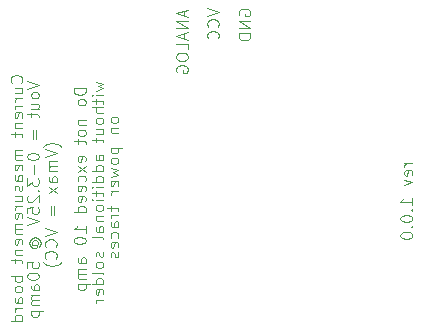
<source format=gbr>
%TF.GenerationSoftware,KiCad,Pcbnew,9.0.2*%
%TF.CreationDate,2025-11-13T14:06:28+01:00*%
%TF.ProjectId,current-meas,63757272-656e-4742-9d6d-6561732e6b69,rev?*%
%TF.SameCoordinates,Original*%
%TF.FileFunction,Legend,Bot*%
%TF.FilePolarity,Positive*%
%FSLAX46Y46*%
G04 Gerber Fmt 4.6, Leading zero omitted, Abs format (unit mm)*
G04 Created by KiCad (PCBNEW 9.0.2) date 2025-11-13 14:06:28*
%MOMM*%
%LPD*%
G01*
G04 APERTURE LIST*
%ADD10C,0.100000*%
G04 APERTURE END LIST*
D10*
X136878371Y-108189598D02*
X136830752Y-108141979D01*
X136830752Y-108141979D02*
X136687895Y-108046741D01*
X136687895Y-108046741D02*
X136592657Y-107999122D01*
X136592657Y-107999122D02*
X136449800Y-107951503D01*
X136449800Y-107951503D02*
X136211704Y-107903884D01*
X136211704Y-107903884D02*
X136021228Y-107903884D01*
X136021228Y-107903884D02*
X135783133Y-107951503D01*
X135783133Y-107951503D02*
X135640276Y-107999122D01*
X135640276Y-107999122D02*
X135545038Y-108046741D01*
X135545038Y-108046741D02*
X135402180Y-108141979D01*
X135402180Y-108141979D02*
X135354561Y-108189598D01*
X135497419Y-108427694D02*
X136497419Y-108761027D01*
X136497419Y-108761027D02*
X135497419Y-109094360D01*
X136497419Y-109427694D02*
X135830752Y-109427694D01*
X135925990Y-109427694D02*
X135878371Y-109475313D01*
X135878371Y-109475313D02*
X135830752Y-109570551D01*
X135830752Y-109570551D02*
X135830752Y-109713408D01*
X135830752Y-109713408D02*
X135878371Y-109808646D01*
X135878371Y-109808646D02*
X135973609Y-109856265D01*
X135973609Y-109856265D02*
X136497419Y-109856265D01*
X135973609Y-109856265D02*
X135878371Y-109903884D01*
X135878371Y-109903884D02*
X135830752Y-109999122D01*
X135830752Y-109999122D02*
X135830752Y-110141979D01*
X135830752Y-110141979D02*
X135878371Y-110237218D01*
X135878371Y-110237218D02*
X135973609Y-110284837D01*
X135973609Y-110284837D02*
X136497419Y-110284837D01*
X136497419Y-111189598D02*
X135973609Y-111189598D01*
X135973609Y-111189598D02*
X135878371Y-111141979D01*
X135878371Y-111141979D02*
X135830752Y-111046741D01*
X135830752Y-111046741D02*
X135830752Y-110856265D01*
X135830752Y-110856265D02*
X135878371Y-110761027D01*
X136449800Y-111189598D02*
X136497419Y-111094360D01*
X136497419Y-111094360D02*
X136497419Y-110856265D01*
X136497419Y-110856265D02*
X136449800Y-110761027D01*
X136449800Y-110761027D02*
X136354561Y-110713408D01*
X136354561Y-110713408D02*
X136259323Y-110713408D01*
X136259323Y-110713408D02*
X136164085Y-110761027D01*
X136164085Y-110761027D02*
X136116466Y-110856265D01*
X136116466Y-110856265D02*
X136116466Y-111094360D01*
X136116466Y-111094360D02*
X136068847Y-111189598D01*
X136497419Y-111570551D02*
X135830752Y-112094360D01*
X135830752Y-111570551D02*
X136497419Y-112094360D01*
X135973609Y-113237218D02*
X135973609Y-113999123D01*
X136259323Y-113999123D02*
X136259323Y-113237218D01*
X135497419Y-115094361D02*
X136497419Y-115427694D01*
X136497419Y-115427694D02*
X135497419Y-115761027D01*
X136402180Y-116665789D02*
X136449800Y-116618170D01*
X136449800Y-116618170D02*
X136497419Y-116475313D01*
X136497419Y-116475313D02*
X136497419Y-116380075D01*
X136497419Y-116380075D02*
X136449800Y-116237218D01*
X136449800Y-116237218D02*
X136354561Y-116141980D01*
X136354561Y-116141980D02*
X136259323Y-116094361D01*
X136259323Y-116094361D02*
X136068847Y-116046742D01*
X136068847Y-116046742D02*
X135925990Y-116046742D01*
X135925990Y-116046742D02*
X135735514Y-116094361D01*
X135735514Y-116094361D02*
X135640276Y-116141980D01*
X135640276Y-116141980D02*
X135545038Y-116237218D01*
X135545038Y-116237218D02*
X135497419Y-116380075D01*
X135497419Y-116380075D02*
X135497419Y-116475313D01*
X135497419Y-116475313D02*
X135545038Y-116618170D01*
X135545038Y-116618170D02*
X135592657Y-116665789D01*
X136402180Y-117665789D02*
X136449800Y-117618170D01*
X136449800Y-117618170D02*
X136497419Y-117475313D01*
X136497419Y-117475313D02*
X136497419Y-117380075D01*
X136497419Y-117380075D02*
X136449800Y-117237218D01*
X136449800Y-117237218D02*
X136354561Y-117141980D01*
X136354561Y-117141980D02*
X136259323Y-117094361D01*
X136259323Y-117094361D02*
X136068847Y-117046742D01*
X136068847Y-117046742D02*
X135925990Y-117046742D01*
X135925990Y-117046742D02*
X135735514Y-117094361D01*
X135735514Y-117094361D02*
X135640276Y-117141980D01*
X135640276Y-117141980D02*
X135545038Y-117237218D01*
X135545038Y-117237218D02*
X135497419Y-117380075D01*
X135497419Y-117380075D02*
X135497419Y-117475313D01*
X135497419Y-117475313D02*
X135545038Y-117618170D01*
X135545038Y-117618170D02*
X135592657Y-117665789D01*
X136878371Y-117999123D02*
X136830752Y-118046742D01*
X136830752Y-118046742D02*
X136687895Y-118141980D01*
X136687895Y-118141980D02*
X136592657Y-118189599D01*
X136592657Y-118189599D02*
X136449800Y-118237218D01*
X136449800Y-118237218D02*
X136211704Y-118284837D01*
X136211704Y-118284837D02*
X136021228Y-118284837D01*
X136021228Y-118284837D02*
X135783133Y-118237218D01*
X135783133Y-118237218D02*
X135640276Y-118189599D01*
X135640276Y-118189599D02*
X135545038Y-118141980D01*
X135545038Y-118141980D02*
X135402180Y-118046742D01*
X135402180Y-118046742D02*
X135354561Y-117999123D01*
X149222419Y-96461027D02*
X150222419Y-96794360D01*
X150222419Y-96794360D02*
X149222419Y-97127693D01*
X150127180Y-98032455D02*
X150174800Y-97984836D01*
X150174800Y-97984836D02*
X150222419Y-97841979D01*
X150222419Y-97841979D02*
X150222419Y-97746741D01*
X150222419Y-97746741D02*
X150174800Y-97603884D01*
X150174800Y-97603884D02*
X150079561Y-97508646D01*
X150079561Y-97508646D02*
X149984323Y-97461027D01*
X149984323Y-97461027D02*
X149793847Y-97413408D01*
X149793847Y-97413408D02*
X149650990Y-97413408D01*
X149650990Y-97413408D02*
X149460514Y-97461027D01*
X149460514Y-97461027D02*
X149365276Y-97508646D01*
X149365276Y-97508646D02*
X149270038Y-97603884D01*
X149270038Y-97603884D02*
X149222419Y-97746741D01*
X149222419Y-97746741D02*
X149222419Y-97841979D01*
X149222419Y-97841979D02*
X149270038Y-97984836D01*
X149270038Y-97984836D02*
X149317657Y-98032455D01*
X150127180Y-99032455D02*
X150174800Y-98984836D01*
X150174800Y-98984836D02*
X150222419Y-98841979D01*
X150222419Y-98841979D02*
X150222419Y-98746741D01*
X150222419Y-98746741D02*
X150174800Y-98603884D01*
X150174800Y-98603884D02*
X150079561Y-98508646D01*
X150079561Y-98508646D02*
X149984323Y-98461027D01*
X149984323Y-98461027D02*
X149793847Y-98413408D01*
X149793847Y-98413408D02*
X149650990Y-98413408D01*
X149650990Y-98413408D02*
X149460514Y-98461027D01*
X149460514Y-98461027D02*
X149365276Y-98508646D01*
X149365276Y-98508646D02*
X149270038Y-98603884D01*
X149270038Y-98603884D02*
X149222419Y-98746741D01*
X149222419Y-98746741D02*
X149222419Y-98841979D01*
X149222419Y-98841979D02*
X149270038Y-98984836D01*
X149270038Y-98984836D02*
X149317657Y-99032455D01*
X133502180Y-102775312D02*
X133549800Y-102727693D01*
X133549800Y-102727693D02*
X133597419Y-102584836D01*
X133597419Y-102584836D02*
X133597419Y-102489598D01*
X133597419Y-102489598D02*
X133549800Y-102346741D01*
X133549800Y-102346741D02*
X133454561Y-102251503D01*
X133454561Y-102251503D02*
X133359323Y-102203884D01*
X133359323Y-102203884D02*
X133168847Y-102156265D01*
X133168847Y-102156265D02*
X133025990Y-102156265D01*
X133025990Y-102156265D02*
X132835514Y-102203884D01*
X132835514Y-102203884D02*
X132740276Y-102251503D01*
X132740276Y-102251503D02*
X132645038Y-102346741D01*
X132645038Y-102346741D02*
X132597419Y-102489598D01*
X132597419Y-102489598D02*
X132597419Y-102584836D01*
X132597419Y-102584836D02*
X132645038Y-102727693D01*
X132645038Y-102727693D02*
X132692657Y-102775312D01*
X132930752Y-103632455D02*
X133597419Y-103632455D01*
X132930752Y-103203884D02*
X133454561Y-103203884D01*
X133454561Y-103203884D02*
X133549800Y-103251503D01*
X133549800Y-103251503D02*
X133597419Y-103346741D01*
X133597419Y-103346741D02*
X133597419Y-103489598D01*
X133597419Y-103489598D02*
X133549800Y-103584836D01*
X133549800Y-103584836D02*
X133502180Y-103632455D01*
X133597419Y-104108646D02*
X132930752Y-104108646D01*
X133121228Y-104108646D02*
X133025990Y-104156265D01*
X133025990Y-104156265D02*
X132978371Y-104203884D01*
X132978371Y-104203884D02*
X132930752Y-104299122D01*
X132930752Y-104299122D02*
X132930752Y-104394360D01*
X133597419Y-104727694D02*
X132930752Y-104727694D01*
X133121228Y-104727694D02*
X133025990Y-104775313D01*
X133025990Y-104775313D02*
X132978371Y-104822932D01*
X132978371Y-104822932D02*
X132930752Y-104918170D01*
X132930752Y-104918170D02*
X132930752Y-105013408D01*
X133549800Y-105727694D02*
X133597419Y-105632456D01*
X133597419Y-105632456D02*
X133597419Y-105441980D01*
X133597419Y-105441980D02*
X133549800Y-105346742D01*
X133549800Y-105346742D02*
X133454561Y-105299123D01*
X133454561Y-105299123D02*
X133073609Y-105299123D01*
X133073609Y-105299123D02*
X132978371Y-105346742D01*
X132978371Y-105346742D02*
X132930752Y-105441980D01*
X132930752Y-105441980D02*
X132930752Y-105632456D01*
X132930752Y-105632456D02*
X132978371Y-105727694D01*
X132978371Y-105727694D02*
X133073609Y-105775313D01*
X133073609Y-105775313D02*
X133168847Y-105775313D01*
X133168847Y-105775313D02*
X133264085Y-105299123D01*
X132930752Y-106203885D02*
X133597419Y-106203885D01*
X133025990Y-106203885D02*
X132978371Y-106251504D01*
X132978371Y-106251504D02*
X132930752Y-106346742D01*
X132930752Y-106346742D02*
X132930752Y-106489599D01*
X132930752Y-106489599D02*
X132978371Y-106584837D01*
X132978371Y-106584837D02*
X133073609Y-106632456D01*
X133073609Y-106632456D02*
X133597419Y-106632456D01*
X132930752Y-106965790D02*
X132930752Y-107346742D01*
X132597419Y-107108647D02*
X133454561Y-107108647D01*
X133454561Y-107108647D02*
X133549800Y-107156266D01*
X133549800Y-107156266D02*
X133597419Y-107251504D01*
X133597419Y-107251504D02*
X133597419Y-107346742D01*
X133597419Y-108441981D02*
X132930752Y-108441981D01*
X133025990Y-108441981D02*
X132978371Y-108489600D01*
X132978371Y-108489600D02*
X132930752Y-108584838D01*
X132930752Y-108584838D02*
X132930752Y-108727695D01*
X132930752Y-108727695D02*
X132978371Y-108822933D01*
X132978371Y-108822933D02*
X133073609Y-108870552D01*
X133073609Y-108870552D02*
X133597419Y-108870552D01*
X133073609Y-108870552D02*
X132978371Y-108918171D01*
X132978371Y-108918171D02*
X132930752Y-109013409D01*
X132930752Y-109013409D02*
X132930752Y-109156266D01*
X132930752Y-109156266D02*
X132978371Y-109251505D01*
X132978371Y-109251505D02*
X133073609Y-109299124D01*
X133073609Y-109299124D02*
X133597419Y-109299124D01*
X133549800Y-110156266D02*
X133597419Y-110061028D01*
X133597419Y-110061028D02*
X133597419Y-109870552D01*
X133597419Y-109870552D02*
X133549800Y-109775314D01*
X133549800Y-109775314D02*
X133454561Y-109727695D01*
X133454561Y-109727695D02*
X133073609Y-109727695D01*
X133073609Y-109727695D02*
X132978371Y-109775314D01*
X132978371Y-109775314D02*
X132930752Y-109870552D01*
X132930752Y-109870552D02*
X132930752Y-110061028D01*
X132930752Y-110061028D02*
X132978371Y-110156266D01*
X132978371Y-110156266D02*
X133073609Y-110203885D01*
X133073609Y-110203885D02*
X133168847Y-110203885D01*
X133168847Y-110203885D02*
X133264085Y-109727695D01*
X133597419Y-111061028D02*
X133073609Y-111061028D01*
X133073609Y-111061028D02*
X132978371Y-111013409D01*
X132978371Y-111013409D02*
X132930752Y-110918171D01*
X132930752Y-110918171D02*
X132930752Y-110727695D01*
X132930752Y-110727695D02*
X132978371Y-110632457D01*
X133549800Y-111061028D02*
X133597419Y-110965790D01*
X133597419Y-110965790D02*
X133597419Y-110727695D01*
X133597419Y-110727695D02*
X133549800Y-110632457D01*
X133549800Y-110632457D02*
X133454561Y-110584838D01*
X133454561Y-110584838D02*
X133359323Y-110584838D01*
X133359323Y-110584838D02*
X133264085Y-110632457D01*
X133264085Y-110632457D02*
X133216466Y-110727695D01*
X133216466Y-110727695D02*
X133216466Y-110965790D01*
X133216466Y-110965790D02*
X133168847Y-111061028D01*
X133549800Y-111489600D02*
X133597419Y-111584838D01*
X133597419Y-111584838D02*
X133597419Y-111775314D01*
X133597419Y-111775314D02*
X133549800Y-111870552D01*
X133549800Y-111870552D02*
X133454561Y-111918171D01*
X133454561Y-111918171D02*
X133406942Y-111918171D01*
X133406942Y-111918171D02*
X133311704Y-111870552D01*
X133311704Y-111870552D02*
X133264085Y-111775314D01*
X133264085Y-111775314D02*
X133264085Y-111632457D01*
X133264085Y-111632457D02*
X133216466Y-111537219D01*
X133216466Y-111537219D02*
X133121228Y-111489600D01*
X133121228Y-111489600D02*
X133073609Y-111489600D01*
X133073609Y-111489600D02*
X132978371Y-111537219D01*
X132978371Y-111537219D02*
X132930752Y-111632457D01*
X132930752Y-111632457D02*
X132930752Y-111775314D01*
X132930752Y-111775314D02*
X132978371Y-111870552D01*
X132930752Y-112775314D02*
X133597419Y-112775314D01*
X132930752Y-112346743D02*
X133454561Y-112346743D01*
X133454561Y-112346743D02*
X133549800Y-112394362D01*
X133549800Y-112394362D02*
X133597419Y-112489600D01*
X133597419Y-112489600D02*
X133597419Y-112632457D01*
X133597419Y-112632457D02*
X133549800Y-112727695D01*
X133549800Y-112727695D02*
X133502180Y-112775314D01*
X133597419Y-113251505D02*
X132930752Y-113251505D01*
X133121228Y-113251505D02*
X133025990Y-113299124D01*
X133025990Y-113299124D02*
X132978371Y-113346743D01*
X132978371Y-113346743D02*
X132930752Y-113441981D01*
X132930752Y-113441981D02*
X132930752Y-113537219D01*
X133549800Y-114251505D02*
X133597419Y-114156267D01*
X133597419Y-114156267D02*
X133597419Y-113965791D01*
X133597419Y-113965791D02*
X133549800Y-113870553D01*
X133549800Y-113870553D02*
X133454561Y-113822934D01*
X133454561Y-113822934D02*
X133073609Y-113822934D01*
X133073609Y-113822934D02*
X132978371Y-113870553D01*
X132978371Y-113870553D02*
X132930752Y-113965791D01*
X132930752Y-113965791D02*
X132930752Y-114156267D01*
X132930752Y-114156267D02*
X132978371Y-114251505D01*
X132978371Y-114251505D02*
X133073609Y-114299124D01*
X133073609Y-114299124D02*
X133168847Y-114299124D01*
X133168847Y-114299124D02*
X133264085Y-113822934D01*
X133597419Y-114727696D02*
X132930752Y-114727696D01*
X133025990Y-114727696D02*
X132978371Y-114775315D01*
X132978371Y-114775315D02*
X132930752Y-114870553D01*
X132930752Y-114870553D02*
X132930752Y-115013410D01*
X132930752Y-115013410D02*
X132978371Y-115108648D01*
X132978371Y-115108648D02*
X133073609Y-115156267D01*
X133073609Y-115156267D02*
X133597419Y-115156267D01*
X133073609Y-115156267D02*
X132978371Y-115203886D01*
X132978371Y-115203886D02*
X132930752Y-115299124D01*
X132930752Y-115299124D02*
X132930752Y-115441981D01*
X132930752Y-115441981D02*
X132978371Y-115537220D01*
X132978371Y-115537220D02*
X133073609Y-115584839D01*
X133073609Y-115584839D02*
X133597419Y-115584839D01*
X133549800Y-116441981D02*
X133597419Y-116346743D01*
X133597419Y-116346743D02*
X133597419Y-116156267D01*
X133597419Y-116156267D02*
X133549800Y-116061029D01*
X133549800Y-116061029D02*
X133454561Y-116013410D01*
X133454561Y-116013410D02*
X133073609Y-116013410D01*
X133073609Y-116013410D02*
X132978371Y-116061029D01*
X132978371Y-116061029D02*
X132930752Y-116156267D01*
X132930752Y-116156267D02*
X132930752Y-116346743D01*
X132930752Y-116346743D02*
X132978371Y-116441981D01*
X132978371Y-116441981D02*
X133073609Y-116489600D01*
X133073609Y-116489600D02*
X133168847Y-116489600D01*
X133168847Y-116489600D02*
X133264085Y-116013410D01*
X132930752Y-116918172D02*
X133597419Y-116918172D01*
X133025990Y-116918172D02*
X132978371Y-116965791D01*
X132978371Y-116965791D02*
X132930752Y-117061029D01*
X132930752Y-117061029D02*
X132930752Y-117203886D01*
X132930752Y-117203886D02*
X132978371Y-117299124D01*
X132978371Y-117299124D02*
X133073609Y-117346743D01*
X133073609Y-117346743D02*
X133597419Y-117346743D01*
X132930752Y-117680077D02*
X132930752Y-118061029D01*
X132597419Y-117822934D02*
X133454561Y-117822934D01*
X133454561Y-117822934D02*
X133549800Y-117870553D01*
X133549800Y-117870553D02*
X133597419Y-117965791D01*
X133597419Y-117965791D02*
X133597419Y-118061029D01*
X133597419Y-119156268D02*
X132597419Y-119156268D01*
X132978371Y-119156268D02*
X132930752Y-119251506D01*
X132930752Y-119251506D02*
X132930752Y-119441982D01*
X132930752Y-119441982D02*
X132978371Y-119537220D01*
X132978371Y-119537220D02*
X133025990Y-119584839D01*
X133025990Y-119584839D02*
X133121228Y-119632458D01*
X133121228Y-119632458D02*
X133406942Y-119632458D01*
X133406942Y-119632458D02*
X133502180Y-119584839D01*
X133502180Y-119584839D02*
X133549800Y-119537220D01*
X133549800Y-119537220D02*
X133597419Y-119441982D01*
X133597419Y-119441982D02*
X133597419Y-119251506D01*
X133597419Y-119251506D02*
X133549800Y-119156268D01*
X133597419Y-120203887D02*
X133549800Y-120108649D01*
X133549800Y-120108649D02*
X133502180Y-120061030D01*
X133502180Y-120061030D02*
X133406942Y-120013411D01*
X133406942Y-120013411D02*
X133121228Y-120013411D01*
X133121228Y-120013411D02*
X133025990Y-120061030D01*
X133025990Y-120061030D02*
X132978371Y-120108649D01*
X132978371Y-120108649D02*
X132930752Y-120203887D01*
X132930752Y-120203887D02*
X132930752Y-120346744D01*
X132930752Y-120346744D02*
X132978371Y-120441982D01*
X132978371Y-120441982D02*
X133025990Y-120489601D01*
X133025990Y-120489601D02*
X133121228Y-120537220D01*
X133121228Y-120537220D02*
X133406942Y-120537220D01*
X133406942Y-120537220D02*
X133502180Y-120489601D01*
X133502180Y-120489601D02*
X133549800Y-120441982D01*
X133549800Y-120441982D02*
X133597419Y-120346744D01*
X133597419Y-120346744D02*
X133597419Y-120203887D01*
X133597419Y-121394363D02*
X133073609Y-121394363D01*
X133073609Y-121394363D02*
X132978371Y-121346744D01*
X132978371Y-121346744D02*
X132930752Y-121251506D01*
X132930752Y-121251506D02*
X132930752Y-121061030D01*
X132930752Y-121061030D02*
X132978371Y-120965792D01*
X133549800Y-121394363D02*
X133597419Y-121299125D01*
X133597419Y-121299125D02*
X133597419Y-121061030D01*
X133597419Y-121061030D02*
X133549800Y-120965792D01*
X133549800Y-120965792D02*
X133454561Y-120918173D01*
X133454561Y-120918173D02*
X133359323Y-120918173D01*
X133359323Y-120918173D02*
X133264085Y-120965792D01*
X133264085Y-120965792D02*
X133216466Y-121061030D01*
X133216466Y-121061030D02*
X133216466Y-121299125D01*
X133216466Y-121299125D02*
X133168847Y-121394363D01*
X133597419Y-121870554D02*
X132930752Y-121870554D01*
X133121228Y-121870554D02*
X133025990Y-121918173D01*
X133025990Y-121918173D02*
X132978371Y-121965792D01*
X132978371Y-121965792D02*
X132930752Y-122061030D01*
X132930752Y-122061030D02*
X132930752Y-122156268D01*
X133597419Y-122918173D02*
X132597419Y-122918173D01*
X133549800Y-122918173D02*
X133597419Y-122822935D01*
X133597419Y-122822935D02*
X133597419Y-122632459D01*
X133597419Y-122632459D02*
X133549800Y-122537221D01*
X133549800Y-122537221D02*
X133502180Y-122489602D01*
X133502180Y-122489602D02*
X133406942Y-122441983D01*
X133406942Y-122441983D02*
X133121228Y-122441983D01*
X133121228Y-122441983D02*
X133025990Y-122489602D01*
X133025990Y-122489602D02*
X132978371Y-122537221D01*
X132978371Y-122537221D02*
X132930752Y-122632459D01*
X132930752Y-122632459D02*
X132930752Y-122822935D01*
X132930752Y-122822935D02*
X132978371Y-122918173D01*
X147311704Y-96681265D02*
X147311704Y-97157455D01*
X147597419Y-96586027D02*
X146597419Y-96919360D01*
X146597419Y-96919360D02*
X147597419Y-97252693D01*
X147597419Y-97586027D02*
X146597419Y-97586027D01*
X146597419Y-97586027D02*
X147597419Y-98157455D01*
X147597419Y-98157455D02*
X146597419Y-98157455D01*
X147311704Y-98586027D02*
X147311704Y-99062217D01*
X147597419Y-98490789D02*
X146597419Y-98824122D01*
X146597419Y-98824122D02*
X147597419Y-99157455D01*
X147597419Y-99966979D02*
X147597419Y-99490789D01*
X147597419Y-99490789D02*
X146597419Y-99490789D01*
X146597419Y-100490789D02*
X146597419Y-100681265D01*
X146597419Y-100681265D02*
X146645038Y-100776503D01*
X146645038Y-100776503D02*
X146740276Y-100871741D01*
X146740276Y-100871741D02*
X146930752Y-100919360D01*
X146930752Y-100919360D02*
X147264085Y-100919360D01*
X147264085Y-100919360D02*
X147454561Y-100871741D01*
X147454561Y-100871741D02*
X147549800Y-100776503D01*
X147549800Y-100776503D02*
X147597419Y-100681265D01*
X147597419Y-100681265D02*
X147597419Y-100490789D01*
X147597419Y-100490789D02*
X147549800Y-100395551D01*
X147549800Y-100395551D02*
X147454561Y-100300313D01*
X147454561Y-100300313D02*
X147264085Y-100252694D01*
X147264085Y-100252694D02*
X146930752Y-100252694D01*
X146930752Y-100252694D02*
X146740276Y-100300313D01*
X146740276Y-100300313D02*
X146645038Y-100395551D01*
X146645038Y-100395551D02*
X146597419Y-100490789D01*
X146645038Y-101871741D02*
X146597419Y-101776503D01*
X146597419Y-101776503D02*
X146597419Y-101633646D01*
X146597419Y-101633646D02*
X146645038Y-101490789D01*
X146645038Y-101490789D02*
X146740276Y-101395551D01*
X146740276Y-101395551D02*
X146835514Y-101347932D01*
X146835514Y-101347932D02*
X147025990Y-101300313D01*
X147025990Y-101300313D02*
X147168847Y-101300313D01*
X147168847Y-101300313D02*
X147359323Y-101347932D01*
X147359323Y-101347932D02*
X147454561Y-101395551D01*
X147454561Y-101395551D02*
X147549800Y-101490789D01*
X147549800Y-101490789D02*
X147597419Y-101633646D01*
X147597419Y-101633646D02*
X147597419Y-101728884D01*
X147597419Y-101728884D02*
X147549800Y-101871741D01*
X147549800Y-101871741D02*
X147502180Y-101919360D01*
X147502180Y-101919360D02*
X147168847Y-101919360D01*
X147168847Y-101919360D02*
X147168847Y-101728884D01*
X151945038Y-97077693D02*
X151897419Y-96982455D01*
X151897419Y-96982455D02*
X151897419Y-96839598D01*
X151897419Y-96839598D02*
X151945038Y-96696741D01*
X151945038Y-96696741D02*
X152040276Y-96601503D01*
X152040276Y-96601503D02*
X152135514Y-96553884D01*
X152135514Y-96553884D02*
X152325990Y-96506265D01*
X152325990Y-96506265D02*
X152468847Y-96506265D01*
X152468847Y-96506265D02*
X152659323Y-96553884D01*
X152659323Y-96553884D02*
X152754561Y-96601503D01*
X152754561Y-96601503D02*
X152849800Y-96696741D01*
X152849800Y-96696741D02*
X152897419Y-96839598D01*
X152897419Y-96839598D02*
X152897419Y-96934836D01*
X152897419Y-96934836D02*
X152849800Y-97077693D01*
X152849800Y-97077693D02*
X152802180Y-97125312D01*
X152802180Y-97125312D02*
X152468847Y-97125312D01*
X152468847Y-97125312D02*
X152468847Y-96934836D01*
X152897419Y-97553884D02*
X151897419Y-97553884D01*
X151897419Y-97553884D02*
X152897419Y-98125312D01*
X152897419Y-98125312D02*
X151897419Y-98125312D01*
X152897419Y-98601503D02*
X151897419Y-98601503D01*
X151897419Y-98601503D02*
X151897419Y-98839598D01*
X151897419Y-98839598D02*
X151945038Y-98982455D01*
X151945038Y-98982455D02*
X152040276Y-99077693D01*
X152040276Y-99077693D02*
X152135514Y-99125312D01*
X152135514Y-99125312D02*
X152325990Y-99172931D01*
X152325990Y-99172931D02*
X152468847Y-99172931D01*
X152468847Y-99172931D02*
X152659323Y-99125312D01*
X152659323Y-99125312D02*
X152754561Y-99077693D01*
X152754561Y-99077693D02*
X152849800Y-98982455D01*
X152849800Y-98982455D02*
X152897419Y-98839598D01*
X152897419Y-98839598D02*
X152897419Y-98601503D01*
X139780752Y-102683646D02*
X140447419Y-102874122D01*
X140447419Y-102874122D02*
X139971228Y-103064598D01*
X139971228Y-103064598D02*
X140447419Y-103255074D01*
X140447419Y-103255074D02*
X139780752Y-103445550D01*
X140447419Y-103826503D02*
X139780752Y-103826503D01*
X139447419Y-103826503D02*
X139495038Y-103778884D01*
X139495038Y-103778884D02*
X139542657Y-103826503D01*
X139542657Y-103826503D02*
X139495038Y-103874122D01*
X139495038Y-103874122D02*
X139447419Y-103826503D01*
X139447419Y-103826503D02*
X139542657Y-103826503D01*
X139780752Y-104159836D02*
X139780752Y-104540788D01*
X139447419Y-104302693D02*
X140304561Y-104302693D01*
X140304561Y-104302693D02*
X140399800Y-104350312D01*
X140399800Y-104350312D02*
X140447419Y-104445550D01*
X140447419Y-104445550D02*
X140447419Y-104540788D01*
X140447419Y-104874122D02*
X139447419Y-104874122D01*
X140447419Y-105302693D02*
X139923609Y-105302693D01*
X139923609Y-105302693D02*
X139828371Y-105255074D01*
X139828371Y-105255074D02*
X139780752Y-105159836D01*
X139780752Y-105159836D02*
X139780752Y-105016979D01*
X139780752Y-105016979D02*
X139828371Y-104921741D01*
X139828371Y-104921741D02*
X139875990Y-104874122D01*
X140447419Y-105921741D02*
X140399800Y-105826503D01*
X140399800Y-105826503D02*
X140352180Y-105778884D01*
X140352180Y-105778884D02*
X140256942Y-105731265D01*
X140256942Y-105731265D02*
X139971228Y-105731265D01*
X139971228Y-105731265D02*
X139875990Y-105778884D01*
X139875990Y-105778884D02*
X139828371Y-105826503D01*
X139828371Y-105826503D02*
X139780752Y-105921741D01*
X139780752Y-105921741D02*
X139780752Y-106064598D01*
X139780752Y-106064598D02*
X139828371Y-106159836D01*
X139828371Y-106159836D02*
X139875990Y-106207455D01*
X139875990Y-106207455D02*
X139971228Y-106255074D01*
X139971228Y-106255074D02*
X140256942Y-106255074D01*
X140256942Y-106255074D02*
X140352180Y-106207455D01*
X140352180Y-106207455D02*
X140399800Y-106159836D01*
X140399800Y-106159836D02*
X140447419Y-106064598D01*
X140447419Y-106064598D02*
X140447419Y-105921741D01*
X139780752Y-107112217D02*
X140447419Y-107112217D01*
X139780752Y-106683646D02*
X140304561Y-106683646D01*
X140304561Y-106683646D02*
X140399800Y-106731265D01*
X140399800Y-106731265D02*
X140447419Y-106826503D01*
X140447419Y-106826503D02*
X140447419Y-106969360D01*
X140447419Y-106969360D02*
X140399800Y-107064598D01*
X140399800Y-107064598D02*
X140352180Y-107112217D01*
X139780752Y-107445551D02*
X139780752Y-107826503D01*
X139447419Y-107588408D02*
X140304561Y-107588408D01*
X140304561Y-107588408D02*
X140399800Y-107636027D01*
X140399800Y-107636027D02*
X140447419Y-107731265D01*
X140447419Y-107731265D02*
X140447419Y-107826503D01*
X140447419Y-109350313D02*
X139923609Y-109350313D01*
X139923609Y-109350313D02*
X139828371Y-109302694D01*
X139828371Y-109302694D02*
X139780752Y-109207456D01*
X139780752Y-109207456D02*
X139780752Y-109016980D01*
X139780752Y-109016980D02*
X139828371Y-108921742D01*
X140399800Y-109350313D02*
X140447419Y-109255075D01*
X140447419Y-109255075D02*
X140447419Y-109016980D01*
X140447419Y-109016980D02*
X140399800Y-108921742D01*
X140399800Y-108921742D02*
X140304561Y-108874123D01*
X140304561Y-108874123D02*
X140209323Y-108874123D01*
X140209323Y-108874123D02*
X140114085Y-108921742D01*
X140114085Y-108921742D02*
X140066466Y-109016980D01*
X140066466Y-109016980D02*
X140066466Y-109255075D01*
X140066466Y-109255075D02*
X140018847Y-109350313D01*
X140447419Y-110255075D02*
X139447419Y-110255075D01*
X140399800Y-110255075D02*
X140447419Y-110159837D01*
X140447419Y-110159837D02*
X140447419Y-109969361D01*
X140447419Y-109969361D02*
X140399800Y-109874123D01*
X140399800Y-109874123D02*
X140352180Y-109826504D01*
X140352180Y-109826504D02*
X140256942Y-109778885D01*
X140256942Y-109778885D02*
X139971228Y-109778885D01*
X139971228Y-109778885D02*
X139875990Y-109826504D01*
X139875990Y-109826504D02*
X139828371Y-109874123D01*
X139828371Y-109874123D02*
X139780752Y-109969361D01*
X139780752Y-109969361D02*
X139780752Y-110159837D01*
X139780752Y-110159837D02*
X139828371Y-110255075D01*
X140447419Y-111159837D02*
X139447419Y-111159837D01*
X140399800Y-111159837D02*
X140447419Y-111064599D01*
X140447419Y-111064599D02*
X140447419Y-110874123D01*
X140447419Y-110874123D02*
X140399800Y-110778885D01*
X140399800Y-110778885D02*
X140352180Y-110731266D01*
X140352180Y-110731266D02*
X140256942Y-110683647D01*
X140256942Y-110683647D02*
X139971228Y-110683647D01*
X139971228Y-110683647D02*
X139875990Y-110731266D01*
X139875990Y-110731266D02*
X139828371Y-110778885D01*
X139828371Y-110778885D02*
X139780752Y-110874123D01*
X139780752Y-110874123D02*
X139780752Y-111064599D01*
X139780752Y-111064599D02*
X139828371Y-111159837D01*
X140447419Y-111636028D02*
X139780752Y-111636028D01*
X139447419Y-111636028D02*
X139495038Y-111588409D01*
X139495038Y-111588409D02*
X139542657Y-111636028D01*
X139542657Y-111636028D02*
X139495038Y-111683647D01*
X139495038Y-111683647D02*
X139447419Y-111636028D01*
X139447419Y-111636028D02*
X139542657Y-111636028D01*
X139780752Y-111969361D02*
X139780752Y-112350313D01*
X139447419Y-112112218D02*
X140304561Y-112112218D01*
X140304561Y-112112218D02*
X140399800Y-112159837D01*
X140399800Y-112159837D02*
X140447419Y-112255075D01*
X140447419Y-112255075D02*
X140447419Y-112350313D01*
X140447419Y-112683647D02*
X139780752Y-112683647D01*
X139447419Y-112683647D02*
X139495038Y-112636028D01*
X139495038Y-112636028D02*
X139542657Y-112683647D01*
X139542657Y-112683647D02*
X139495038Y-112731266D01*
X139495038Y-112731266D02*
X139447419Y-112683647D01*
X139447419Y-112683647D02*
X139542657Y-112683647D01*
X140447419Y-113302694D02*
X140399800Y-113207456D01*
X140399800Y-113207456D02*
X140352180Y-113159837D01*
X140352180Y-113159837D02*
X140256942Y-113112218D01*
X140256942Y-113112218D02*
X139971228Y-113112218D01*
X139971228Y-113112218D02*
X139875990Y-113159837D01*
X139875990Y-113159837D02*
X139828371Y-113207456D01*
X139828371Y-113207456D02*
X139780752Y-113302694D01*
X139780752Y-113302694D02*
X139780752Y-113445551D01*
X139780752Y-113445551D02*
X139828371Y-113540789D01*
X139828371Y-113540789D02*
X139875990Y-113588408D01*
X139875990Y-113588408D02*
X139971228Y-113636027D01*
X139971228Y-113636027D02*
X140256942Y-113636027D01*
X140256942Y-113636027D02*
X140352180Y-113588408D01*
X140352180Y-113588408D02*
X140399800Y-113540789D01*
X140399800Y-113540789D02*
X140447419Y-113445551D01*
X140447419Y-113445551D02*
X140447419Y-113302694D01*
X139780752Y-114064599D02*
X140447419Y-114064599D01*
X139875990Y-114064599D02*
X139828371Y-114112218D01*
X139828371Y-114112218D02*
X139780752Y-114207456D01*
X139780752Y-114207456D02*
X139780752Y-114350313D01*
X139780752Y-114350313D02*
X139828371Y-114445551D01*
X139828371Y-114445551D02*
X139923609Y-114493170D01*
X139923609Y-114493170D02*
X140447419Y-114493170D01*
X140447419Y-115397932D02*
X139923609Y-115397932D01*
X139923609Y-115397932D02*
X139828371Y-115350313D01*
X139828371Y-115350313D02*
X139780752Y-115255075D01*
X139780752Y-115255075D02*
X139780752Y-115064599D01*
X139780752Y-115064599D02*
X139828371Y-114969361D01*
X140399800Y-115397932D02*
X140447419Y-115302694D01*
X140447419Y-115302694D02*
X140447419Y-115064599D01*
X140447419Y-115064599D02*
X140399800Y-114969361D01*
X140399800Y-114969361D02*
X140304561Y-114921742D01*
X140304561Y-114921742D02*
X140209323Y-114921742D01*
X140209323Y-114921742D02*
X140114085Y-114969361D01*
X140114085Y-114969361D02*
X140066466Y-115064599D01*
X140066466Y-115064599D02*
X140066466Y-115302694D01*
X140066466Y-115302694D02*
X140018847Y-115397932D01*
X140447419Y-116016980D02*
X140399800Y-115921742D01*
X140399800Y-115921742D02*
X140304561Y-115874123D01*
X140304561Y-115874123D02*
X139447419Y-115874123D01*
X140399800Y-117112219D02*
X140447419Y-117207457D01*
X140447419Y-117207457D02*
X140447419Y-117397933D01*
X140447419Y-117397933D02*
X140399800Y-117493171D01*
X140399800Y-117493171D02*
X140304561Y-117540790D01*
X140304561Y-117540790D02*
X140256942Y-117540790D01*
X140256942Y-117540790D02*
X140161704Y-117493171D01*
X140161704Y-117493171D02*
X140114085Y-117397933D01*
X140114085Y-117397933D02*
X140114085Y-117255076D01*
X140114085Y-117255076D02*
X140066466Y-117159838D01*
X140066466Y-117159838D02*
X139971228Y-117112219D01*
X139971228Y-117112219D02*
X139923609Y-117112219D01*
X139923609Y-117112219D02*
X139828371Y-117159838D01*
X139828371Y-117159838D02*
X139780752Y-117255076D01*
X139780752Y-117255076D02*
X139780752Y-117397933D01*
X139780752Y-117397933D02*
X139828371Y-117493171D01*
X140447419Y-118112219D02*
X140399800Y-118016981D01*
X140399800Y-118016981D02*
X140352180Y-117969362D01*
X140352180Y-117969362D02*
X140256942Y-117921743D01*
X140256942Y-117921743D02*
X139971228Y-117921743D01*
X139971228Y-117921743D02*
X139875990Y-117969362D01*
X139875990Y-117969362D02*
X139828371Y-118016981D01*
X139828371Y-118016981D02*
X139780752Y-118112219D01*
X139780752Y-118112219D02*
X139780752Y-118255076D01*
X139780752Y-118255076D02*
X139828371Y-118350314D01*
X139828371Y-118350314D02*
X139875990Y-118397933D01*
X139875990Y-118397933D02*
X139971228Y-118445552D01*
X139971228Y-118445552D02*
X140256942Y-118445552D01*
X140256942Y-118445552D02*
X140352180Y-118397933D01*
X140352180Y-118397933D02*
X140399800Y-118350314D01*
X140399800Y-118350314D02*
X140447419Y-118255076D01*
X140447419Y-118255076D02*
X140447419Y-118112219D01*
X140447419Y-119016981D02*
X140399800Y-118921743D01*
X140399800Y-118921743D02*
X140304561Y-118874124D01*
X140304561Y-118874124D02*
X139447419Y-118874124D01*
X140447419Y-119826505D02*
X139447419Y-119826505D01*
X140399800Y-119826505D02*
X140447419Y-119731267D01*
X140447419Y-119731267D02*
X140447419Y-119540791D01*
X140447419Y-119540791D02*
X140399800Y-119445553D01*
X140399800Y-119445553D02*
X140352180Y-119397934D01*
X140352180Y-119397934D02*
X140256942Y-119350315D01*
X140256942Y-119350315D02*
X139971228Y-119350315D01*
X139971228Y-119350315D02*
X139875990Y-119397934D01*
X139875990Y-119397934D02*
X139828371Y-119445553D01*
X139828371Y-119445553D02*
X139780752Y-119540791D01*
X139780752Y-119540791D02*
X139780752Y-119731267D01*
X139780752Y-119731267D02*
X139828371Y-119826505D01*
X140399800Y-120683648D02*
X140447419Y-120588410D01*
X140447419Y-120588410D02*
X140447419Y-120397934D01*
X140447419Y-120397934D02*
X140399800Y-120302696D01*
X140399800Y-120302696D02*
X140304561Y-120255077D01*
X140304561Y-120255077D02*
X139923609Y-120255077D01*
X139923609Y-120255077D02*
X139828371Y-120302696D01*
X139828371Y-120302696D02*
X139780752Y-120397934D01*
X139780752Y-120397934D02*
X139780752Y-120588410D01*
X139780752Y-120588410D02*
X139828371Y-120683648D01*
X139828371Y-120683648D02*
X139923609Y-120731267D01*
X139923609Y-120731267D02*
X140018847Y-120731267D01*
X140018847Y-120731267D02*
X140114085Y-120255077D01*
X140447419Y-121159839D02*
X139780752Y-121159839D01*
X139971228Y-121159839D02*
X139875990Y-121207458D01*
X139875990Y-121207458D02*
X139828371Y-121255077D01*
X139828371Y-121255077D02*
X139780752Y-121350315D01*
X139780752Y-121350315D02*
X139780752Y-121445553D01*
X166597419Y-109603884D02*
X165930752Y-109603884D01*
X166121228Y-109603884D02*
X166025990Y-109651503D01*
X166025990Y-109651503D02*
X165978371Y-109699122D01*
X165978371Y-109699122D02*
X165930752Y-109794360D01*
X165930752Y-109794360D02*
X165930752Y-109889598D01*
X166549800Y-110603884D02*
X166597419Y-110508646D01*
X166597419Y-110508646D02*
X166597419Y-110318170D01*
X166597419Y-110318170D02*
X166549800Y-110222932D01*
X166549800Y-110222932D02*
X166454561Y-110175313D01*
X166454561Y-110175313D02*
X166073609Y-110175313D01*
X166073609Y-110175313D02*
X165978371Y-110222932D01*
X165978371Y-110222932D02*
X165930752Y-110318170D01*
X165930752Y-110318170D02*
X165930752Y-110508646D01*
X165930752Y-110508646D02*
X165978371Y-110603884D01*
X165978371Y-110603884D02*
X166073609Y-110651503D01*
X166073609Y-110651503D02*
X166168847Y-110651503D01*
X166168847Y-110651503D02*
X166264085Y-110175313D01*
X165930752Y-110984837D02*
X166597419Y-111222932D01*
X166597419Y-111222932D02*
X165930752Y-111461027D01*
X166597419Y-113127694D02*
X166597419Y-112556266D01*
X166597419Y-112841980D02*
X165597419Y-112841980D01*
X165597419Y-112841980D02*
X165740276Y-112746742D01*
X165740276Y-112746742D02*
X165835514Y-112651504D01*
X165835514Y-112651504D02*
X165883133Y-112556266D01*
X166502180Y-113556266D02*
X166549800Y-113603885D01*
X166549800Y-113603885D02*
X166597419Y-113556266D01*
X166597419Y-113556266D02*
X166549800Y-113508647D01*
X166549800Y-113508647D02*
X166502180Y-113556266D01*
X166502180Y-113556266D02*
X166597419Y-113556266D01*
X165597419Y-114222932D02*
X165597419Y-114318170D01*
X165597419Y-114318170D02*
X165645038Y-114413408D01*
X165645038Y-114413408D02*
X165692657Y-114461027D01*
X165692657Y-114461027D02*
X165787895Y-114508646D01*
X165787895Y-114508646D02*
X165978371Y-114556265D01*
X165978371Y-114556265D02*
X166216466Y-114556265D01*
X166216466Y-114556265D02*
X166406942Y-114508646D01*
X166406942Y-114508646D02*
X166502180Y-114461027D01*
X166502180Y-114461027D02*
X166549800Y-114413408D01*
X166549800Y-114413408D02*
X166597419Y-114318170D01*
X166597419Y-114318170D02*
X166597419Y-114222932D01*
X166597419Y-114222932D02*
X166549800Y-114127694D01*
X166549800Y-114127694D02*
X166502180Y-114080075D01*
X166502180Y-114080075D02*
X166406942Y-114032456D01*
X166406942Y-114032456D02*
X166216466Y-113984837D01*
X166216466Y-113984837D02*
X165978371Y-113984837D01*
X165978371Y-113984837D02*
X165787895Y-114032456D01*
X165787895Y-114032456D02*
X165692657Y-114080075D01*
X165692657Y-114080075D02*
X165645038Y-114127694D01*
X165645038Y-114127694D02*
X165597419Y-114222932D01*
X166502180Y-114984837D02*
X166549800Y-115032456D01*
X166549800Y-115032456D02*
X166597419Y-114984837D01*
X166597419Y-114984837D02*
X166549800Y-114937218D01*
X166549800Y-114937218D02*
X166502180Y-114984837D01*
X166502180Y-114984837D02*
X166597419Y-114984837D01*
X165597419Y-115651503D02*
X165597419Y-115746741D01*
X165597419Y-115746741D02*
X165645038Y-115841979D01*
X165645038Y-115841979D02*
X165692657Y-115889598D01*
X165692657Y-115889598D02*
X165787895Y-115937217D01*
X165787895Y-115937217D02*
X165978371Y-115984836D01*
X165978371Y-115984836D02*
X166216466Y-115984836D01*
X166216466Y-115984836D02*
X166406942Y-115937217D01*
X166406942Y-115937217D02*
X166502180Y-115889598D01*
X166502180Y-115889598D02*
X166549800Y-115841979D01*
X166549800Y-115841979D02*
X166597419Y-115746741D01*
X166597419Y-115746741D02*
X166597419Y-115651503D01*
X166597419Y-115651503D02*
X166549800Y-115556265D01*
X166549800Y-115556265D02*
X166502180Y-115508646D01*
X166502180Y-115508646D02*
X166406942Y-115461027D01*
X166406942Y-115461027D02*
X166216466Y-115413408D01*
X166216466Y-115413408D02*
X165978371Y-115413408D01*
X165978371Y-115413408D02*
X165787895Y-115461027D01*
X165787895Y-115461027D02*
X165692657Y-115508646D01*
X165692657Y-115508646D02*
X165645038Y-115556265D01*
X165645038Y-115556265D02*
X165597419Y-115651503D01*
X138947419Y-103228884D02*
X137947419Y-103228884D01*
X137947419Y-103228884D02*
X137947419Y-103466979D01*
X137947419Y-103466979D02*
X137995038Y-103609836D01*
X137995038Y-103609836D02*
X138090276Y-103705074D01*
X138090276Y-103705074D02*
X138185514Y-103752693D01*
X138185514Y-103752693D02*
X138375990Y-103800312D01*
X138375990Y-103800312D02*
X138518847Y-103800312D01*
X138518847Y-103800312D02*
X138709323Y-103752693D01*
X138709323Y-103752693D02*
X138804561Y-103705074D01*
X138804561Y-103705074D02*
X138899800Y-103609836D01*
X138899800Y-103609836D02*
X138947419Y-103466979D01*
X138947419Y-103466979D02*
X138947419Y-103228884D01*
X138947419Y-104371741D02*
X138899800Y-104276503D01*
X138899800Y-104276503D02*
X138852180Y-104228884D01*
X138852180Y-104228884D02*
X138756942Y-104181265D01*
X138756942Y-104181265D02*
X138471228Y-104181265D01*
X138471228Y-104181265D02*
X138375990Y-104228884D01*
X138375990Y-104228884D02*
X138328371Y-104276503D01*
X138328371Y-104276503D02*
X138280752Y-104371741D01*
X138280752Y-104371741D02*
X138280752Y-104514598D01*
X138280752Y-104514598D02*
X138328371Y-104609836D01*
X138328371Y-104609836D02*
X138375990Y-104657455D01*
X138375990Y-104657455D02*
X138471228Y-104705074D01*
X138471228Y-104705074D02*
X138756942Y-104705074D01*
X138756942Y-104705074D02*
X138852180Y-104657455D01*
X138852180Y-104657455D02*
X138899800Y-104609836D01*
X138899800Y-104609836D02*
X138947419Y-104514598D01*
X138947419Y-104514598D02*
X138947419Y-104371741D01*
X138280752Y-105895551D02*
X138947419Y-105895551D01*
X138375990Y-105895551D02*
X138328371Y-105943170D01*
X138328371Y-105943170D02*
X138280752Y-106038408D01*
X138280752Y-106038408D02*
X138280752Y-106181265D01*
X138280752Y-106181265D02*
X138328371Y-106276503D01*
X138328371Y-106276503D02*
X138423609Y-106324122D01*
X138423609Y-106324122D02*
X138947419Y-106324122D01*
X138947419Y-106943170D02*
X138899800Y-106847932D01*
X138899800Y-106847932D02*
X138852180Y-106800313D01*
X138852180Y-106800313D02*
X138756942Y-106752694D01*
X138756942Y-106752694D02*
X138471228Y-106752694D01*
X138471228Y-106752694D02*
X138375990Y-106800313D01*
X138375990Y-106800313D02*
X138328371Y-106847932D01*
X138328371Y-106847932D02*
X138280752Y-106943170D01*
X138280752Y-106943170D02*
X138280752Y-107086027D01*
X138280752Y-107086027D02*
X138328371Y-107181265D01*
X138328371Y-107181265D02*
X138375990Y-107228884D01*
X138375990Y-107228884D02*
X138471228Y-107276503D01*
X138471228Y-107276503D02*
X138756942Y-107276503D01*
X138756942Y-107276503D02*
X138852180Y-107228884D01*
X138852180Y-107228884D02*
X138899800Y-107181265D01*
X138899800Y-107181265D02*
X138947419Y-107086027D01*
X138947419Y-107086027D02*
X138947419Y-106943170D01*
X138280752Y-107562218D02*
X138280752Y-107943170D01*
X137947419Y-107705075D02*
X138804561Y-107705075D01*
X138804561Y-107705075D02*
X138899800Y-107752694D01*
X138899800Y-107752694D02*
X138947419Y-107847932D01*
X138947419Y-107847932D02*
X138947419Y-107943170D01*
X138899800Y-109419361D02*
X138947419Y-109324123D01*
X138947419Y-109324123D02*
X138947419Y-109133647D01*
X138947419Y-109133647D02*
X138899800Y-109038409D01*
X138899800Y-109038409D02*
X138804561Y-108990790D01*
X138804561Y-108990790D02*
X138423609Y-108990790D01*
X138423609Y-108990790D02*
X138328371Y-109038409D01*
X138328371Y-109038409D02*
X138280752Y-109133647D01*
X138280752Y-109133647D02*
X138280752Y-109324123D01*
X138280752Y-109324123D02*
X138328371Y-109419361D01*
X138328371Y-109419361D02*
X138423609Y-109466980D01*
X138423609Y-109466980D02*
X138518847Y-109466980D01*
X138518847Y-109466980D02*
X138614085Y-108990790D01*
X138947419Y-109800314D02*
X138280752Y-110324123D01*
X138280752Y-109800314D02*
X138947419Y-110324123D01*
X138899800Y-111133647D02*
X138947419Y-111038409D01*
X138947419Y-111038409D02*
X138947419Y-110847933D01*
X138947419Y-110847933D02*
X138899800Y-110752695D01*
X138899800Y-110752695D02*
X138852180Y-110705076D01*
X138852180Y-110705076D02*
X138756942Y-110657457D01*
X138756942Y-110657457D02*
X138471228Y-110657457D01*
X138471228Y-110657457D02*
X138375990Y-110705076D01*
X138375990Y-110705076D02*
X138328371Y-110752695D01*
X138328371Y-110752695D02*
X138280752Y-110847933D01*
X138280752Y-110847933D02*
X138280752Y-111038409D01*
X138280752Y-111038409D02*
X138328371Y-111133647D01*
X138899800Y-111943171D02*
X138947419Y-111847933D01*
X138947419Y-111847933D02*
X138947419Y-111657457D01*
X138947419Y-111657457D02*
X138899800Y-111562219D01*
X138899800Y-111562219D02*
X138804561Y-111514600D01*
X138804561Y-111514600D02*
X138423609Y-111514600D01*
X138423609Y-111514600D02*
X138328371Y-111562219D01*
X138328371Y-111562219D02*
X138280752Y-111657457D01*
X138280752Y-111657457D02*
X138280752Y-111847933D01*
X138280752Y-111847933D02*
X138328371Y-111943171D01*
X138328371Y-111943171D02*
X138423609Y-111990790D01*
X138423609Y-111990790D02*
X138518847Y-111990790D01*
X138518847Y-111990790D02*
X138614085Y-111514600D01*
X138899800Y-112800314D02*
X138947419Y-112705076D01*
X138947419Y-112705076D02*
X138947419Y-112514600D01*
X138947419Y-112514600D02*
X138899800Y-112419362D01*
X138899800Y-112419362D02*
X138804561Y-112371743D01*
X138804561Y-112371743D02*
X138423609Y-112371743D01*
X138423609Y-112371743D02*
X138328371Y-112419362D01*
X138328371Y-112419362D02*
X138280752Y-112514600D01*
X138280752Y-112514600D02*
X138280752Y-112705076D01*
X138280752Y-112705076D02*
X138328371Y-112800314D01*
X138328371Y-112800314D02*
X138423609Y-112847933D01*
X138423609Y-112847933D02*
X138518847Y-112847933D01*
X138518847Y-112847933D02*
X138614085Y-112371743D01*
X138947419Y-113705076D02*
X137947419Y-113705076D01*
X138899800Y-113705076D02*
X138947419Y-113609838D01*
X138947419Y-113609838D02*
X138947419Y-113419362D01*
X138947419Y-113419362D02*
X138899800Y-113324124D01*
X138899800Y-113324124D02*
X138852180Y-113276505D01*
X138852180Y-113276505D02*
X138756942Y-113228886D01*
X138756942Y-113228886D02*
X138471228Y-113228886D01*
X138471228Y-113228886D02*
X138375990Y-113276505D01*
X138375990Y-113276505D02*
X138328371Y-113324124D01*
X138328371Y-113324124D02*
X138280752Y-113419362D01*
X138280752Y-113419362D02*
X138280752Y-113609838D01*
X138280752Y-113609838D02*
X138328371Y-113705076D01*
X138947419Y-115466981D02*
X138947419Y-114895553D01*
X138947419Y-115181267D02*
X137947419Y-115181267D01*
X137947419Y-115181267D02*
X138090276Y-115086029D01*
X138090276Y-115086029D02*
X138185514Y-114990791D01*
X138185514Y-114990791D02*
X138233133Y-114895553D01*
X137947419Y-116086029D02*
X137947419Y-116181267D01*
X137947419Y-116181267D02*
X137995038Y-116276505D01*
X137995038Y-116276505D02*
X138042657Y-116324124D01*
X138042657Y-116324124D02*
X138137895Y-116371743D01*
X138137895Y-116371743D02*
X138328371Y-116419362D01*
X138328371Y-116419362D02*
X138566466Y-116419362D01*
X138566466Y-116419362D02*
X138756942Y-116371743D01*
X138756942Y-116371743D02*
X138852180Y-116324124D01*
X138852180Y-116324124D02*
X138899800Y-116276505D01*
X138899800Y-116276505D02*
X138947419Y-116181267D01*
X138947419Y-116181267D02*
X138947419Y-116086029D01*
X138947419Y-116086029D02*
X138899800Y-115990791D01*
X138899800Y-115990791D02*
X138852180Y-115943172D01*
X138852180Y-115943172D02*
X138756942Y-115895553D01*
X138756942Y-115895553D02*
X138566466Y-115847934D01*
X138566466Y-115847934D02*
X138328371Y-115847934D01*
X138328371Y-115847934D02*
X138137895Y-115895553D01*
X138137895Y-115895553D02*
X138042657Y-115943172D01*
X138042657Y-115943172D02*
X137995038Y-115990791D01*
X137995038Y-115990791D02*
X137947419Y-116086029D01*
X138947419Y-118038410D02*
X138423609Y-118038410D01*
X138423609Y-118038410D02*
X138328371Y-117990791D01*
X138328371Y-117990791D02*
X138280752Y-117895553D01*
X138280752Y-117895553D02*
X138280752Y-117705077D01*
X138280752Y-117705077D02*
X138328371Y-117609839D01*
X138899800Y-118038410D02*
X138947419Y-117943172D01*
X138947419Y-117943172D02*
X138947419Y-117705077D01*
X138947419Y-117705077D02*
X138899800Y-117609839D01*
X138899800Y-117609839D02*
X138804561Y-117562220D01*
X138804561Y-117562220D02*
X138709323Y-117562220D01*
X138709323Y-117562220D02*
X138614085Y-117609839D01*
X138614085Y-117609839D02*
X138566466Y-117705077D01*
X138566466Y-117705077D02*
X138566466Y-117943172D01*
X138566466Y-117943172D02*
X138518847Y-118038410D01*
X138947419Y-118514601D02*
X138280752Y-118514601D01*
X138375990Y-118514601D02*
X138328371Y-118562220D01*
X138328371Y-118562220D02*
X138280752Y-118657458D01*
X138280752Y-118657458D02*
X138280752Y-118800315D01*
X138280752Y-118800315D02*
X138328371Y-118895553D01*
X138328371Y-118895553D02*
X138423609Y-118943172D01*
X138423609Y-118943172D02*
X138947419Y-118943172D01*
X138423609Y-118943172D02*
X138328371Y-118990791D01*
X138328371Y-118990791D02*
X138280752Y-119086029D01*
X138280752Y-119086029D02*
X138280752Y-119228886D01*
X138280752Y-119228886D02*
X138328371Y-119324125D01*
X138328371Y-119324125D02*
X138423609Y-119371744D01*
X138423609Y-119371744D02*
X138947419Y-119371744D01*
X138280752Y-119847934D02*
X139280752Y-119847934D01*
X138328371Y-119847934D02*
X138280752Y-119943172D01*
X138280752Y-119943172D02*
X138280752Y-120133648D01*
X138280752Y-120133648D02*
X138328371Y-120228886D01*
X138328371Y-120228886D02*
X138375990Y-120276505D01*
X138375990Y-120276505D02*
X138471228Y-120324124D01*
X138471228Y-120324124D02*
X138756942Y-120324124D01*
X138756942Y-120324124D02*
X138852180Y-120276505D01*
X138852180Y-120276505D02*
X138899800Y-120228886D01*
X138899800Y-120228886D02*
X138947419Y-120133648D01*
X138947419Y-120133648D02*
X138947419Y-119943172D01*
X138947419Y-119943172D02*
X138899800Y-119847934D01*
X141722419Y-105846741D02*
X141674800Y-105751503D01*
X141674800Y-105751503D02*
X141627180Y-105703884D01*
X141627180Y-105703884D02*
X141531942Y-105656265D01*
X141531942Y-105656265D02*
X141246228Y-105656265D01*
X141246228Y-105656265D02*
X141150990Y-105703884D01*
X141150990Y-105703884D02*
X141103371Y-105751503D01*
X141103371Y-105751503D02*
X141055752Y-105846741D01*
X141055752Y-105846741D02*
X141055752Y-105989598D01*
X141055752Y-105989598D02*
X141103371Y-106084836D01*
X141103371Y-106084836D02*
X141150990Y-106132455D01*
X141150990Y-106132455D02*
X141246228Y-106180074D01*
X141246228Y-106180074D02*
X141531942Y-106180074D01*
X141531942Y-106180074D02*
X141627180Y-106132455D01*
X141627180Y-106132455D02*
X141674800Y-106084836D01*
X141674800Y-106084836D02*
X141722419Y-105989598D01*
X141722419Y-105989598D02*
X141722419Y-105846741D01*
X141055752Y-106608646D02*
X141722419Y-106608646D01*
X141150990Y-106608646D02*
X141103371Y-106656265D01*
X141103371Y-106656265D02*
X141055752Y-106751503D01*
X141055752Y-106751503D02*
X141055752Y-106894360D01*
X141055752Y-106894360D02*
X141103371Y-106989598D01*
X141103371Y-106989598D02*
X141198609Y-107037217D01*
X141198609Y-107037217D02*
X141722419Y-107037217D01*
X141055752Y-108275313D02*
X142055752Y-108275313D01*
X141103371Y-108275313D02*
X141055752Y-108370551D01*
X141055752Y-108370551D02*
X141055752Y-108561027D01*
X141055752Y-108561027D02*
X141103371Y-108656265D01*
X141103371Y-108656265D02*
X141150990Y-108703884D01*
X141150990Y-108703884D02*
X141246228Y-108751503D01*
X141246228Y-108751503D02*
X141531942Y-108751503D01*
X141531942Y-108751503D02*
X141627180Y-108703884D01*
X141627180Y-108703884D02*
X141674800Y-108656265D01*
X141674800Y-108656265D02*
X141722419Y-108561027D01*
X141722419Y-108561027D02*
X141722419Y-108370551D01*
X141722419Y-108370551D02*
X141674800Y-108275313D01*
X141722419Y-109322932D02*
X141674800Y-109227694D01*
X141674800Y-109227694D02*
X141627180Y-109180075D01*
X141627180Y-109180075D02*
X141531942Y-109132456D01*
X141531942Y-109132456D02*
X141246228Y-109132456D01*
X141246228Y-109132456D02*
X141150990Y-109180075D01*
X141150990Y-109180075D02*
X141103371Y-109227694D01*
X141103371Y-109227694D02*
X141055752Y-109322932D01*
X141055752Y-109322932D02*
X141055752Y-109465789D01*
X141055752Y-109465789D02*
X141103371Y-109561027D01*
X141103371Y-109561027D02*
X141150990Y-109608646D01*
X141150990Y-109608646D02*
X141246228Y-109656265D01*
X141246228Y-109656265D02*
X141531942Y-109656265D01*
X141531942Y-109656265D02*
X141627180Y-109608646D01*
X141627180Y-109608646D02*
X141674800Y-109561027D01*
X141674800Y-109561027D02*
X141722419Y-109465789D01*
X141722419Y-109465789D02*
X141722419Y-109322932D01*
X141055752Y-109989599D02*
X141722419Y-110180075D01*
X141722419Y-110180075D02*
X141246228Y-110370551D01*
X141246228Y-110370551D02*
X141722419Y-110561027D01*
X141722419Y-110561027D02*
X141055752Y-110751503D01*
X141674800Y-111513408D02*
X141722419Y-111418170D01*
X141722419Y-111418170D02*
X141722419Y-111227694D01*
X141722419Y-111227694D02*
X141674800Y-111132456D01*
X141674800Y-111132456D02*
X141579561Y-111084837D01*
X141579561Y-111084837D02*
X141198609Y-111084837D01*
X141198609Y-111084837D02*
X141103371Y-111132456D01*
X141103371Y-111132456D02*
X141055752Y-111227694D01*
X141055752Y-111227694D02*
X141055752Y-111418170D01*
X141055752Y-111418170D02*
X141103371Y-111513408D01*
X141103371Y-111513408D02*
X141198609Y-111561027D01*
X141198609Y-111561027D02*
X141293847Y-111561027D01*
X141293847Y-111561027D02*
X141389085Y-111084837D01*
X141722419Y-111989599D02*
X141055752Y-111989599D01*
X141246228Y-111989599D02*
X141150990Y-112037218D01*
X141150990Y-112037218D02*
X141103371Y-112084837D01*
X141103371Y-112084837D02*
X141055752Y-112180075D01*
X141055752Y-112180075D02*
X141055752Y-112275313D01*
X141055752Y-113227695D02*
X141055752Y-113608647D01*
X140722419Y-113370552D02*
X141579561Y-113370552D01*
X141579561Y-113370552D02*
X141674800Y-113418171D01*
X141674800Y-113418171D02*
X141722419Y-113513409D01*
X141722419Y-113513409D02*
X141722419Y-113608647D01*
X141722419Y-113941981D02*
X141055752Y-113941981D01*
X141246228Y-113941981D02*
X141150990Y-113989600D01*
X141150990Y-113989600D02*
X141103371Y-114037219D01*
X141103371Y-114037219D02*
X141055752Y-114132457D01*
X141055752Y-114132457D02*
X141055752Y-114227695D01*
X141722419Y-114989600D02*
X141198609Y-114989600D01*
X141198609Y-114989600D02*
X141103371Y-114941981D01*
X141103371Y-114941981D02*
X141055752Y-114846743D01*
X141055752Y-114846743D02*
X141055752Y-114656267D01*
X141055752Y-114656267D02*
X141103371Y-114561029D01*
X141674800Y-114989600D02*
X141722419Y-114894362D01*
X141722419Y-114894362D02*
X141722419Y-114656267D01*
X141722419Y-114656267D02*
X141674800Y-114561029D01*
X141674800Y-114561029D02*
X141579561Y-114513410D01*
X141579561Y-114513410D02*
X141484323Y-114513410D01*
X141484323Y-114513410D02*
X141389085Y-114561029D01*
X141389085Y-114561029D02*
X141341466Y-114656267D01*
X141341466Y-114656267D02*
X141341466Y-114894362D01*
X141341466Y-114894362D02*
X141293847Y-114989600D01*
X141674800Y-115894362D02*
X141722419Y-115799124D01*
X141722419Y-115799124D02*
X141722419Y-115608648D01*
X141722419Y-115608648D02*
X141674800Y-115513410D01*
X141674800Y-115513410D02*
X141627180Y-115465791D01*
X141627180Y-115465791D02*
X141531942Y-115418172D01*
X141531942Y-115418172D02*
X141246228Y-115418172D01*
X141246228Y-115418172D02*
X141150990Y-115465791D01*
X141150990Y-115465791D02*
X141103371Y-115513410D01*
X141103371Y-115513410D02*
X141055752Y-115608648D01*
X141055752Y-115608648D02*
X141055752Y-115799124D01*
X141055752Y-115799124D02*
X141103371Y-115894362D01*
X141674800Y-116703886D02*
X141722419Y-116608648D01*
X141722419Y-116608648D02*
X141722419Y-116418172D01*
X141722419Y-116418172D02*
X141674800Y-116322934D01*
X141674800Y-116322934D02*
X141579561Y-116275315D01*
X141579561Y-116275315D02*
X141198609Y-116275315D01*
X141198609Y-116275315D02*
X141103371Y-116322934D01*
X141103371Y-116322934D02*
X141055752Y-116418172D01*
X141055752Y-116418172D02*
X141055752Y-116608648D01*
X141055752Y-116608648D02*
X141103371Y-116703886D01*
X141103371Y-116703886D02*
X141198609Y-116751505D01*
X141198609Y-116751505D02*
X141293847Y-116751505D01*
X141293847Y-116751505D02*
X141389085Y-116275315D01*
X141674800Y-117132458D02*
X141722419Y-117227696D01*
X141722419Y-117227696D02*
X141722419Y-117418172D01*
X141722419Y-117418172D02*
X141674800Y-117513410D01*
X141674800Y-117513410D02*
X141579561Y-117561029D01*
X141579561Y-117561029D02*
X141531942Y-117561029D01*
X141531942Y-117561029D02*
X141436704Y-117513410D01*
X141436704Y-117513410D02*
X141389085Y-117418172D01*
X141389085Y-117418172D02*
X141389085Y-117275315D01*
X141389085Y-117275315D02*
X141341466Y-117180077D01*
X141341466Y-117180077D02*
X141246228Y-117132458D01*
X141246228Y-117132458D02*
X141198609Y-117132458D01*
X141198609Y-117132458D02*
X141103371Y-117180077D01*
X141103371Y-117180077D02*
X141055752Y-117275315D01*
X141055752Y-117275315D02*
X141055752Y-117418172D01*
X141055752Y-117418172D02*
X141103371Y-117513410D01*
X133990308Y-102636027D02*
X134990308Y-102969360D01*
X134990308Y-102969360D02*
X133990308Y-103302693D01*
X134990308Y-103778884D02*
X134942689Y-103683646D01*
X134942689Y-103683646D02*
X134895069Y-103636027D01*
X134895069Y-103636027D02*
X134799831Y-103588408D01*
X134799831Y-103588408D02*
X134514117Y-103588408D01*
X134514117Y-103588408D02*
X134418879Y-103636027D01*
X134418879Y-103636027D02*
X134371260Y-103683646D01*
X134371260Y-103683646D02*
X134323641Y-103778884D01*
X134323641Y-103778884D02*
X134323641Y-103921741D01*
X134323641Y-103921741D02*
X134371260Y-104016979D01*
X134371260Y-104016979D02*
X134418879Y-104064598D01*
X134418879Y-104064598D02*
X134514117Y-104112217D01*
X134514117Y-104112217D02*
X134799831Y-104112217D01*
X134799831Y-104112217D02*
X134895069Y-104064598D01*
X134895069Y-104064598D02*
X134942689Y-104016979D01*
X134942689Y-104016979D02*
X134990308Y-103921741D01*
X134990308Y-103921741D02*
X134990308Y-103778884D01*
X134323641Y-104969360D02*
X134990308Y-104969360D01*
X134323641Y-104540789D02*
X134847450Y-104540789D01*
X134847450Y-104540789D02*
X134942689Y-104588408D01*
X134942689Y-104588408D02*
X134990308Y-104683646D01*
X134990308Y-104683646D02*
X134990308Y-104826503D01*
X134990308Y-104826503D02*
X134942689Y-104921741D01*
X134942689Y-104921741D02*
X134895069Y-104969360D01*
X134323641Y-105302694D02*
X134323641Y-105683646D01*
X133990308Y-105445551D02*
X134847450Y-105445551D01*
X134847450Y-105445551D02*
X134942689Y-105493170D01*
X134942689Y-105493170D02*
X134990308Y-105588408D01*
X134990308Y-105588408D02*
X134990308Y-105683646D01*
X134466498Y-106778885D02*
X134466498Y-107540790D01*
X134752212Y-107540790D02*
X134752212Y-106778885D01*
X133990308Y-108969361D02*
X133990308Y-109064599D01*
X133990308Y-109064599D02*
X134037927Y-109159837D01*
X134037927Y-109159837D02*
X134085546Y-109207456D01*
X134085546Y-109207456D02*
X134180784Y-109255075D01*
X134180784Y-109255075D02*
X134371260Y-109302694D01*
X134371260Y-109302694D02*
X134609355Y-109302694D01*
X134609355Y-109302694D02*
X134799831Y-109255075D01*
X134799831Y-109255075D02*
X134895069Y-109207456D01*
X134895069Y-109207456D02*
X134942689Y-109159837D01*
X134942689Y-109159837D02*
X134990308Y-109064599D01*
X134990308Y-109064599D02*
X134990308Y-108969361D01*
X134990308Y-108969361D02*
X134942689Y-108874123D01*
X134942689Y-108874123D02*
X134895069Y-108826504D01*
X134895069Y-108826504D02*
X134799831Y-108778885D01*
X134799831Y-108778885D02*
X134609355Y-108731266D01*
X134609355Y-108731266D02*
X134371260Y-108731266D01*
X134371260Y-108731266D02*
X134180784Y-108778885D01*
X134180784Y-108778885D02*
X134085546Y-108826504D01*
X134085546Y-108826504D02*
X134037927Y-108874123D01*
X134037927Y-108874123D02*
X133990308Y-108969361D01*
X134609355Y-109731266D02*
X134609355Y-110493171D01*
X133990308Y-110874123D02*
X133990308Y-111493170D01*
X133990308Y-111493170D02*
X134371260Y-111159837D01*
X134371260Y-111159837D02*
X134371260Y-111302694D01*
X134371260Y-111302694D02*
X134418879Y-111397932D01*
X134418879Y-111397932D02*
X134466498Y-111445551D01*
X134466498Y-111445551D02*
X134561736Y-111493170D01*
X134561736Y-111493170D02*
X134799831Y-111493170D01*
X134799831Y-111493170D02*
X134895069Y-111445551D01*
X134895069Y-111445551D02*
X134942689Y-111397932D01*
X134942689Y-111397932D02*
X134990308Y-111302694D01*
X134990308Y-111302694D02*
X134990308Y-111016980D01*
X134990308Y-111016980D02*
X134942689Y-110921742D01*
X134942689Y-110921742D02*
X134895069Y-110874123D01*
X134895069Y-111921742D02*
X134942689Y-111969361D01*
X134942689Y-111969361D02*
X134990308Y-111921742D01*
X134990308Y-111921742D02*
X134942689Y-111874123D01*
X134942689Y-111874123D02*
X134895069Y-111921742D01*
X134895069Y-111921742D02*
X134990308Y-111921742D01*
X134085546Y-112350313D02*
X134037927Y-112397932D01*
X134037927Y-112397932D02*
X133990308Y-112493170D01*
X133990308Y-112493170D02*
X133990308Y-112731265D01*
X133990308Y-112731265D02*
X134037927Y-112826503D01*
X134037927Y-112826503D02*
X134085546Y-112874122D01*
X134085546Y-112874122D02*
X134180784Y-112921741D01*
X134180784Y-112921741D02*
X134276022Y-112921741D01*
X134276022Y-112921741D02*
X134418879Y-112874122D01*
X134418879Y-112874122D02*
X134990308Y-112302694D01*
X134990308Y-112302694D02*
X134990308Y-112921741D01*
X133990308Y-113826503D02*
X133990308Y-113350313D01*
X133990308Y-113350313D02*
X134466498Y-113302694D01*
X134466498Y-113302694D02*
X134418879Y-113350313D01*
X134418879Y-113350313D02*
X134371260Y-113445551D01*
X134371260Y-113445551D02*
X134371260Y-113683646D01*
X134371260Y-113683646D02*
X134418879Y-113778884D01*
X134418879Y-113778884D02*
X134466498Y-113826503D01*
X134466498Y-113826503D02*
X134561736Y-113874122D01*
X134561736Y-113874122D02*
X134799831Y-113874122D01*
X134799831Y-113874122D02*
X134895069Y-113826503D01*
X134895069Y-113826503D02*
X134942689Y-113778884D01*
X134942689Y-113778884D02*
X134990308Y-113683646D01*
X134990308Y-113683646D02*
X134990308Y-113445551D01*
X134990308Y-113445551D02*
X134942689Y-113350313D01*
X134942689Y-113350313D02*
X134895069Y-113302694D01*
X133990308Y-114159837D02*
X134990308Y-114493170D01*
X134990308Y-114493170D02*
X133990308Y-114826503D01*
X134514117Y-116540789D02*
X134466498Y-116493170D01*
X134466498Y-116493170D02*
X134418879Y-116397932D01*
X134418879Y-116397932D02*
X134418879Y-116302694D01*
X134418879Y-116302694D02*
X134466498Y-116207456D01*
X134466498Y-116207456D02*
X134514117Y-116159837D01*
X134514117Y-116159837D02*
X134609355Y-116112218D01*
X134609355Y-116112218D02*
X134704593Y-116112218D01*
X134704593Y-116112218D02*
X134799831Y-116159837D01*
X134799831Y-116159837D02*
X134847450Y-116207456D01*
X134847450Y-116207456D02*
X134895069Y-116302694D01*
X134895069Y-116302694D02*
X134895069Y-116397932D01*
X134895069Y-116397932D02*
X134847450Y-116493170D01*
X134847450Y-116493170D02*
X134799831Y-116540789D01*
X134418879Y-116540789D02*
X134799831Y-116540789D01*
X134799831Y-116540789D02*
X134847450Y-116588408D01*
X134847450Y-116588408D02*
X134847450Y-116636027D01*
X134847450Y-116636027D02*
X134799831Y-116731266D01*
X134799831Y-116731266D02*
X134704593Y-116778885D01*
X134704593Y-116778885D02*
X134466498Y-116778885D01*
X134466498Y-116778885D02*
X134323641Y-116683647D01*
X134323641Y-116683647D02*
X134228403Y-116540789D01*
X134228403Y-116540789D02*
X134180784Y-116350313D01*
X134180784Y-116350313D02*
X134228403Y-116159837D01*
X134228403Y-116159837D02*
X134323641Y-116016980D01*
X134323641Y-116016980D02*
X134466498Y-115921742D01*
X134466498Y-115921742D02*
X134656974Y-115874123D01*
X134656974Y-115874123D02*
X134847450Y-115921742D01*
X134847450Y-115921742D02*
X134990308Y-116016980D01*
X134990308Y-116016980D02*
X135085546Y-116159837D01*
X135085546Y-116159837D02*
X135133165Y-116350313D01*
X135133165Y-116350313D02*
X135085546Y-116540789D01*
X135085546Y-116540789D02*
X134990308Y-116683647D01*
X133990308Y-118445551D02*
X133990308Y-117969361D01*
X133990308Y-117969361D02*
X134466498Y-117921742D01*
X134466498Y-117921742D02*
X134418879Y-117969361D01*
X134418879Y-117969361D02*
X134371260Y-118064599D01*
X134371260Y-118064599D02*
X134371260Y-118302694D01*
X134371260Y-118302694D02*
X134418879Y-118397932D01*
X134418879Y-118397932D02*
X134466498Y-118445551D01*
X134466498Y-118445551D02*
X134561736Y-118493170D01*
X134561736Y-118493170D02*
X134799831Y-118493170D01*
X134799831Y-118493170D02*
X134895069Y-118445551D01*
X134895069Y-118445551D02*
X134942689Y-118397932D01*
X134942689Y-118397932D02*
X134990308Y-118302694D01*
X134990308Y-118302694D02*
X134990308Y-118064599D01*
X134990308Y-118064599D02*
X134942689Y-117969361D01*
X134942689Y-117969361D02*
X134895069Y-117921742D01*
X133990308Y-119112218D02*
X133990308Y-119207456D01*
X133990308Y-119207456D02*
X134037927Y-119302694D01*
X134037927Y-119302694D02*
X134085546Y-119350313D01*
X134085546Y-119350313D02*
X134180784Y-119397932D01*
X134180784Y-119397932D02*
X134371260Y-119445551D01*
X134371260Y-119445551D02*
X134609355Y-119445551D01*
X134609355Y-119445551D02*
X134799831Y-119397932D01*
X134799831Y-119397932D02*
X134895069Y-119350313D01*
X134895069Y-119350313D02*
X134942689Y-119302694D01*
X134942689Y-119302694D02*
X134990308Y-119207456D01*
X134990308Y-119207456D02*
X134990308Y-119112218D01*
X134990308Y-119112218D02*
X134942689Y-119016980D01*
X134942689Y-119016980D02*
X134895069Y-118969361D01*
X134895069Y-118969361D02*
X134799831Y-118921742D01*
X134799831Y-118921742D02*
X134609355Y-118874123D01*
X134609355Y-118874123D02*
X134371260Y-118874123D01*
X134371260Y-118874123D02*
X134180784Y-118921742D01*
X134180784Y-118921742D02*
X134085546Y-118969361D01*
X134085546Y-118969361D02*
X134037927Y-119016980D01*
X134037927Y-119016980D02*
X133990308Y-119112218D01*
X134990308Y-120302694D02*
X134466498Y-120302694D01*
X134466498Y-120302694D02*
X134371260Y-120255075D01*
X134371260Y-120255075D02*
X134323641Y-120159837D01*
X134323641Y-120159837D02*
X134323641Y-119969361D01*
X134323641Y-119969361D02*
X134371260Y-119874123D01*
X134942689Y-120302694D02*
X134990308Y-120207456D01*
X134990308Y-120207456D02*
X134990308Y-119969361D01*
X134990308Y-119969361D02*
X134942689Y-119874123D01*
X134942689Y-119874123D02*
X134847450Y-119826504D01*
X134847450Y-119826504D02*
X134752212Y-119826504D01*
X134752212Y-119826504D02*
X134656974Y-119874123D01*
X134656974Y-119874123D02*
X134609355Y-119969361D01*
X134609355Y-119969361D02*
X134609355Y-120207456D01*
X134609355Y-120207456D02*
X134561736Y-120302694D01*
X134990308Y-120778885D02*
X134323641Y-120778885D01*
X134418879Y-120778885D02*
X134371260Y-120826504D01*
X134371260Y-120826504D02*
X134323641Y-120921742D01*
X134323641Y-120921742D02*
X134323641Y-121064599D01*
X134323641Y-121064599D02*
X134371260Y-121159837D01*
X134371260Y-121159837D02*
X134466498Y-121207456D01*
X134466498Y-121207456D02*
X134990308Y-121207456D01*
X134466498Y-121207456D02*
X134371260Y-121255075D01*
X134371260Y-121255075D02*
X134323641Y-121350313D01*
X134323641Y-121350313D02*
X134323641Y-121493170D01*
X134323641Y-121493170D02*
X134371260Y-121588409D01*
X134371260Y-121588409D02*
X134466498Y-121636028D01*
X134466498Y-121636028D02*
X134990308Y-121636028D01*
X134323641Y-122112218D02*
X135323641Y-122112218D01*
X134371260Y-122112218D02*
X134323641Y-122207456D01*
X134323641Y-122207456D02*
X134323641Y-122397932D01*
X134323641Y-122397932D02*
X134371260Y-122493170D01*
X134371260Y-122493170D02*
X134418879Y-122540789D01*
X134418879Y-122540789D02*
X134514117Y-122588408D01*
X134514117Y-122588408D02*
X134799831Y-122588408D01*
X134799831Y-122588408D02*
X134895069Y-122540789D01*
X134895069Y-122540789D02*
X134942689Y-122493170D01*
X134942689Y-122493170D02*
X134990308Y-122397932D01*
X134990308Y-122397932D02*
X134990308Y-122207456D01*
X134990308Y-122207456D02*
X134942689Y-122112218D01*
M02*

</source>
